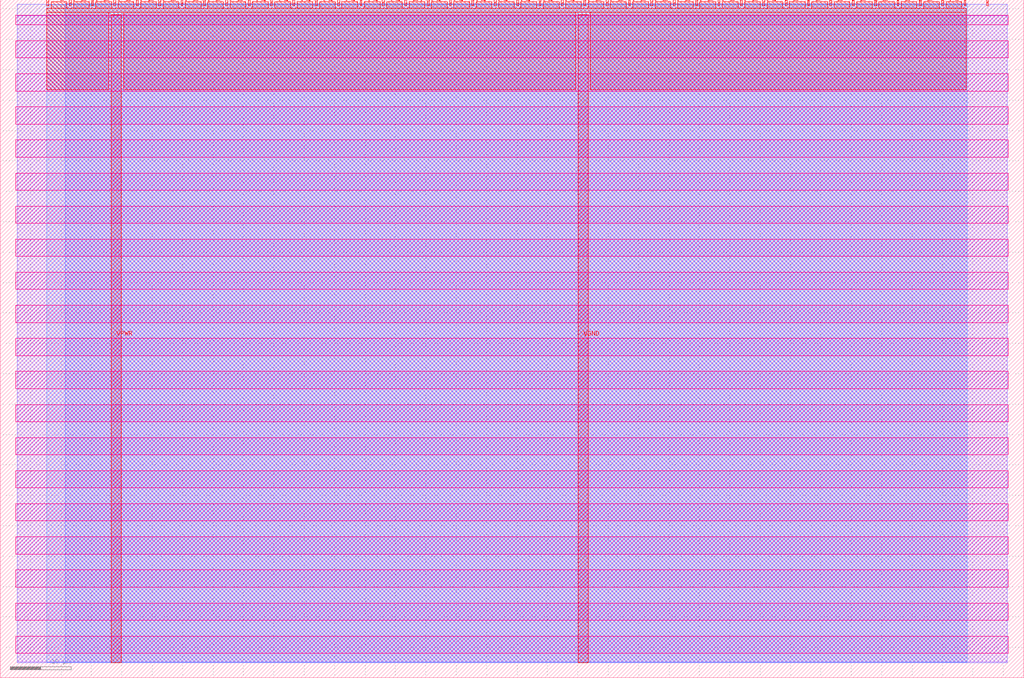
<source format=lef>
VERSION 5.7 ;
  NOWIREEXTENSIONATPIN ON ;
  DIVIDERCHAR "/" ;
  BUSBITCHARS "[]" ;
MACRO tt_um_factory_test_openlane2
  CLASS BLOCK ;
  FOREIGN tt_um_factory_test_openlane2 ;
  ORIGIN 0.000 0.000 ;
  SIZE 168.360 BY 111.520 ;
  PIN VGND
    DIRECTION INOUT ;
    USE GROUND ;
    PORT
      LAYER met4 ;
        RECT 95.080 2.480 96.680 109.040 ;
    END
  END VGND
  PIN VPWR
    DIRECTION INOUT ;
    USE POWER ;
    PORT
      LAYER met4 ;
        RECT 18.280 2.480 19.880 109.040 ;
    END
  END VPWR
  PIN clk
    DIRECTION INPUT ;
    USE SIGNAL ;
    ANTENNAGATEAREA 0.852000 ;
    PORT
      LAYER met4 ;
        RECT 158.550 110.520 158.850 111.520 ;
    END
  END clk
  PIN ena
    DIRECTION INPUT ;
    USE SIGNAL ;
    PORT
      LAYER met4 ;
        RECT 162.230 110.520 162.530 111.520 ;
    END
  END ena
  PIN rst_n
    DIRECTION INPUT ;
    USE SIGNAL ;
    ANTENNAGATEAREA 0.196500 ;
    PORT
      LAYER met4 ;
        RECT 154.870 110.520 155.170 111.520 ;
    END
  END rst_n
  PIN ui_in[0]
    DIRECTION INPUT ;
    USE SIGNAL ;
    ANTENNAGATEAREA 0.196500 ;
    PORT
      LAYER met4 ;
        RECT 151.190 110.520 151.490 111.520 ;
    END
  END ui_in[0]
  PIN ui_in[1]
    DIRECTION INPUT ;
    USE SIGNAL ;
    PORT
      LAYER met4 ;
        RECT 147.510 110.520 147.810 111.520 ;
    END
  END ui_in[1]
  PIN ui_in[2]
    DIRECTION INPUT ;
    USE SIGNAL ;
    PORT
      LAYER met4 ;
        RECT 143.830 110.520 144.130 111.520 ;
    END
  END ui_in[2]
  PIN ui_in[3]
    DIRECTION INPUT ;
    USE SIGNAL ;
    PORT
      LAYER met4 ;
        RECT 140.150 110.520 140.450 111.520 ;
    END
  END ui_in[3]
  PIN ui_in[4]
    DIRECTION INPUT ;
    USE SIGNAL ;
    PORT
      LAYER met4 ;
        RECT 136.470 110.520 136.770 111.520 ;
    END
  END ui_in[4]
  PIN ui_in[5]
    DIRECTION INPUT ;
    USE SIGNAL ;
    PORT
      LAYER met4 ;
        RECT 132.790 110.520 133.090 111.520 ;
    END
  END ui_in[5]
  PIN ui_in[6]
    DIRECTION INPUT ;
    USE SIGNAL ;
    PORT
      LAYER met4 ;
        RECT 129.110 110.520 129.410 111.520 ;
    END
  END ui_in[6]
  PIN ui_in[7]
    DIRECTION INPUT ;
    USE SIGNAL ;
    PORT
      LAYER met4 ;
        RECT 125.430 110.520 125.730 111.520 ;
    END
  END ui_in[7]
  PIN uio_in[0]
    DIRECTION INPUT ;
    USE SIGNAL ;
    ANTENNAGATEAREA 0.196500 ;
    PORT
      LAYER met4 ;
        RECT 121.750 110.520 122.050 111.520 ;
    END
  END uio_in[0]
  PIN uio_in[1]
    DIRECTION INPUT ;
    USE SIGNAL ;
    ANTENNAGATEAREA 0.196500 ;
    PORT
      LAYER met4 ;
        RECT 118.070 110.520 118.370 111.520 ;
    END
  END uio_in[1]
  PIN uio_in[2]
    DIRECTION INPUT ;
    USE SIGNAL ;
    ANTENNAGATEAREA 0.196500 ;
    PORT
      LAYER met4 ;
        RECT 114.390 110.520 114.690 111.520 ;
    END
  END uio_in[2]
  PIN uio_in[3]
    DIRECTION INPUT ;
    USE SIGNAL ;
    ANTENNAGATEAREA 0.196500 ;
    PORT
      LAYER met4 ;
        RECT 110.710 110.520 111.010 111.520 ;
    END
  END uio_in[3]
  PIN uio_in[4]
    DIRECTION INPUT ;
    USE SIGNAL ;
    ANTENNAGATEAREA 0.196500 ;
    PORT
      LAYER met4 ;
        RECT 107.030 110.520 107.330 111.520 ;
    END
  END uio_in[4]
  PIN uio_in[5]
    DIRECTION INPUT ;
    USE SIGNAL ;
    ANTENNAGATEAREA 0.196500 ;
    PORT
      LAYER met4 ;
        RECT 103.350 110.520 103.650 111.520 ;
    END
  END uio_in[5]
  PIN uio_in[6]
    DIRECTION INPUT ;
    USE SIGNAL ;
    ANTENNAGATEAREA 0.196500 ;
    PORT
      LAYER met4 ;
        RECT 99.670 110.520 99.970 111.520 ;
    END
  END uio_in[6]
  PIN uio_in[7]
    DIRECTION INPUT ;
    USE SIGNAL ;
    ANTENNAGATEAREA 0.196500 ;
    PORT
      LAYER met4 ;
        RECT 95.990 110.520 96.290 111.520 ;
    END
  END uio_in[7]
  PIN uio_oe[0]
    DIRECTION OUTPUT TRISTATE ;
    USE SIGNAL ;
    ANTENNADIFFAREA 0.445500 ;
    PORT
      LAYER met4 ;
        RECT 33.430 110.520 33.730 111.520 ;
    END
  END uio_oe[0]
  PIN uio_oe[1]
    DIRECTION OUTPUT TRISTATE ;
    USE SIGNAL ;
    ANTENNADIFFAREA 0.445500 ;
    PORT
      LAYER met4 ;
        RECT 29.750 110.520 30.050 111.520 ;
    END
  END uio_oe[1]
  PIN uio_oe[2]
    DIRECTION OUTPUT TRISTATE ;
    USE SIGNAL ;
    ANTENNADIFFAREA 0.445500 ;
    PORT
      LAYER met4 ;
        RECT 26.070 110.520 26.370 111.520 ;
    END
  END uio_oe[2]
  PIN uio_oe[3]
    DIRECTION OUTPUT TRISTATE ;
    USE SIGNAL ;
    ANTENNADIFFAREA 0.445500 ;
    PORT
      LAYER met4 ;
        RECT 22.390 110.520 22.690 111.520 ;
    END
  END uio_oe[3]
  PIN uio_oe[4]
    DIRECTION OUTPUT TRISTATE ;
    USE SIGNAL ;
    ANTENNADIFFAREA 0.445500 ;
    PORT
      LAYER met4 ;
        RECT 18.710 110.520 19.010 111.520 ;
    END
  END uio_oe[4]
  PIN uio_oe[5]
    DIRECTION OUTPUT TRISTATE ;
    USE SIGNAL ;
    ANTENNADIFFAREA 0.445500 ;
    PORT
      LAYER met4 ;
        RECT 15.030 110.520 15.330 111.520 ;
    END
  END uio_oe[5]
  PIN uio_oe[6]
    DIRECTION OUTPUT TRISTATE ;
    USE SIGNAL ;
    ANTENNADIFFAREA 0.445500 ;
    PORT
      LAYER met4 ;
        RECT 11.350 110.520 11.650 111.520 ;
    END
  END uio_oe[6]
  PIN uio_oe[7]
    DIRECTION OUTPUT TRISTATE ;
    USE SIGNAL ;
    ANTENNADIFFAREA 0.445500 ;
    PORT
      LAYER met4 ;
        RECT 7.670 110.520 7.970 111.520 ;
    END
  END uio_oe[7]
  PIN uio_out[0]
    DIRECTION OUTPUT TRISTATE ;
    USE SIGNAL ;
    ANTENNADIFFAREA 0.445500 ;
    PORT
      LAYER met4 ;
        RECT 62.870 110.520 63.170 111.520 ;
    END
  END uio_out[0]
  PIN uio_out[1]
    DIRECTION OUTPUT TRISTATE ;
    USE SIGNAL ;
    ANTENNADIFFAREA 0.445500 ;
    PORT
      LAYER met4 ;
        RECT 59.190 110.520 59.490 111.520 ;
    END
  END uio_out[1]
  PIN uio_out[2]
    DIRECTION OUTPUT TRISTATE ;
    USE SIGNAL ;
    ANTENNADIFFAREA 0.445500 ;
    PORT
      LAYER met4 ;
        RECT 55.510 110.520 55.810 111.520 ;
    END
  END uio_out[2]
  PIN uio_out[3]
    DIRECTION OUTPUT TRISTATE ;
    USE SIGNAL ;
    ANTENNADIFFAREA 0.445500 ;
    PORT
      LAYER met4 ;
        RECT 51.830 110.520 52.130 111.520 ;
    END
  END uio_out[3]
  PIN uio_out[4]
    DIRECTION OUTPUT TRISTATE ;
    USE SIGNAL ;
    ANTENNADIFFAREA 0.445500 ;
    PORT
      LAYER met4 ;
        RECT 48.150 110.520 48.450 111.520 ;
    END
  END uio_out[4]
  PIN uio_out[5]
    DIRECTION OUTPUT TRISTATE ;
    USE SIGNAL ;
    ANTENNADIFFAREA 0.445500 ;
    PORT
      LAYER met4 ;
        RECT 44.470 110.520 44.770 111.520 ;
    END
  END uio_out[5]
  PIN uio_out[6]
    DIRECTION OUTPUT TRISTATE ;
    USE SIGNAL ;
    ANTENNADIFFAREA 0.445500 ;
    PORT
      LAYER met4 ;
        RECT 40.790 110.520 41.090 111.520 ;
    END
  END uio_out[6]
  PIN uio_out[7]
    DIRECTION OUTPUT TRISTATE ;
    USE SIGNAL ;
    ANTENNADIFFAREA 0.445500 ;
    PORT
      LAYER met4 ;
        RECT 37.110 110.520 37.410 111.520 ;
    END
  END uio_out[7]
  PIN uo_out[0]
    DIRECTION OUTPUT TRISTATE ;
    USE SIGNAL ;
    ANTENNADIFFAREA 0.795200 ;
    PORT
      LAYER met4 ;
        RECT 92.310 110.520 92.610 111.520 ;
    END
  END uo_out[0]
  PIN uo_out[1]
    DIRECTION OUTPUT TRISTATE ;
    USE SIGNAL ;
    ANTENNADIFFAREA 0.445500 ;
    PORT
      LAYER met4 ;
        RECT 88.630 110.520 88.930 111.520 ;
    END
  END uo_out[1]
  PIN uo_out[2]
    DIRECTION OUTPUT TRISTATE ;
    USE SIGNAL ;
    ANTENNADIFFAREA 0.795200 ;
    PORT
      LAYER met4 ;
        RECT 84.950 110.520 85.250 111.520 ;
    END
  END uo_out[2]
  PIN uo_out[3]
    DIRECTION OUTPUT TRISTATE ;
    USE SIGNAL ;
    ANTENNADIFFAREA 0.445500 ;
    PORT
      LAYER met4 ;
        RECT 81.270 110.520 81.570 111.520 ;
    END
  END uo_out[3]
  PIN uo_out[4]
    DIRECTION OUTPUT TRISTATE ;
    USE SIGNAL ;
    ANTENNADIFFAREA 0.445500 ;
    PORT
      LAYER met4 ;
        RECT 77.590 110.520 77.890 111.520 ;
    END
  END uo_out[4]
  PIN uo_out[5]
    DIRECTION OUTPUT TRISTATE ;
    USE SIGNAL ;
    ANTENNADIFFAREA 0.445500 ;
    PORT
      LAYER met4 ;
        RECT 73.910 110.520 74.210 111.520 ;
    END
  END uo_out[5]
  PIN uo_out[6]
    DIRECTION OUTPUT TRISTATE ;
    USE SIGNAL ;
    ANTENNADIFFAREA 0.445500 ;
    PORT
      LAYER met4 ;
        RECT 70.230 110.520 70.530 111.520 ;
    END
  END uo_out[6]
  PIN uo_out[7]
    DIRECTION OUTPUT TRISTATE ;
    USE SIGNAL ;
    ANTENNADIFFAREA 0.445500 ;
    PORT
      LAYER met4 ;
        RECT 66.550 110.520 66.850 111.520 ;
    END
  END uo_out[7]
  OBS
      LAYER nwell ;
        RECT 2.570 107.385 165.790 108.990 ;
        RECT 2.570 101.945 165.790 104.775 ;
        RECT 2.570 96.505 165.790 99.335 ;
        RECT 2.570 91.065 165.790 93.895 ;
        RECT 2.570 85.625 165.790 88.455 ;
        RECT 2.570 80.185 165.790 83.015 ;
        RECT 2.570 74.745 165.790 77.575 ;
        RECT 2.570 69.305 165.790 72.135 ;
        RECT 2.570 63.865 165.790 66.695 ;
        RECT 2.570 58.425 165.790 61.255 ;
        RECT 2.570 52.985 165.790 55.815 ;
        RECT 2.570 47.545 165.790 50.375 ;
        RECT 2.570 42.105 165.790 44.935 ;
        RECT 2.570 36.665 165.790 39.495 ;
        RECT 2.570 31.225 165.790 34.055 ;
        RECT 2.570 25.785 165.790 28.615 ;
        RECT 2.570 20.345 165.790 23.175 ;
        RECT 2.570 14.905 165.790 17.735 ;
        RECT 2.570 9.465 165.790 12.295 ;
        RECT 2.570 4.025 165.790 6.855 ;
      LAYER li1 ;
        RECT 2.760 2.635 165.600 108.885 ;
      LAYER met1 ;
        RECT 2.760 2.480 165.600 110.800 ;
      LAYER met2 ;
        RECT 10.670 2.535 159.070 110.830 ;
      LAYER met3 ;
        RECT 7.630 2.555 159.095 110.665 ;
      LAYER met4 ;
        RECT 8.370 110.120 10.950 111.170 ;
        RECT 12.050 110.120 14.630 111.170 ;
        RECT 15.730 110.120 18.310 111.170 ;
        RECT 19.410 110.120 21.990 111.170 ;
        RECT 23.090 110.120 25.670 111.170 ;
        RECT 26.770 110.120 29.350 111.170 ;
        RECT 30.450 110.120 33.030 111.170 ;
        RECT 34.130 110.120 36.710 111.170 ;
        RECT 37.810 110.120 40.390 111.170 ;
        RECT 41.490 110.120 44.070 111.170 ;
        RECT 45.170 110.120 47.750 111.170 ;
        RECT 48.850 110.120 51.430 111.170 ;
        RECT 52.530 110.120 55.110 111.170 ;
        RECT 56.210 110.120 58.790 111.170 ;
        RECT 59.890 110.120 62.470 111.170 ;
        RECT 63.570 110.120 66.150 111.170 ;
        RECT 67.250 110.120 69.830 111.170 ;
        RECT 70.930 110.120 73.510 111.170 ;
        RECT 74.610 110.120 77.190 111.170 ;
        RECT 78.290 110.120 80.870 111.170 ;
        RECT 81.970 110.120 84.550 111.170 ;
        RECT 85.650 110.120 88.230 111.170 ;
        RECT 89.330 110.120 91.910 111.170 ;
        RECT 93.010 110.120 95.590 111.170 ;
        RECT 96.690 110.120 99.270 111.170 ;
        RECT 100.370 110.120 102.950 111.170 ;
        RECT 104.050 110.120 106.630 111.170 ;
        RECT 107.730 110.120 110.310 111.170 ;
        RECT 111.410 110.120 113.990 111.170 ;
        RECT 115.090 110.120 117.670 111.170 ;
        RECT 118.770 110.120 121.350 111.170 ;
        RECT 122.450 110.120 125.030 111.170 ;
        RECT 126.130 110.120 128.710 111.170 ;
        RECT 129.810 110.120 132.390 111.170 ;
        RECT 133.490 110.120 136.070 111.170 ;
        RECT 137.170 110.120 139.750 111.170 ;
        RECT 140.850 110.120 143.430 111.170 ;
        RECT 144.530 110.120 147.110 111.170 ;
        RECT 148.210 110.120 150.790 111.170 ;
        RECT 151.890 110.120 154.470 111.170 ;
        RECT 155.570 110.120 158.150 111.170 ;
        RECT 7.655 109.440 158.865 110.120 ;
        RECT 7.655 96.735 17.880 109.440 ;
        RECT 20.280 96.735 94.680 109.440 ;
        RECT 97.080 96.735 158.865 109.440 ;
  END
END tt_um_factory_test_openlane2
END LIBRARY


</source>
